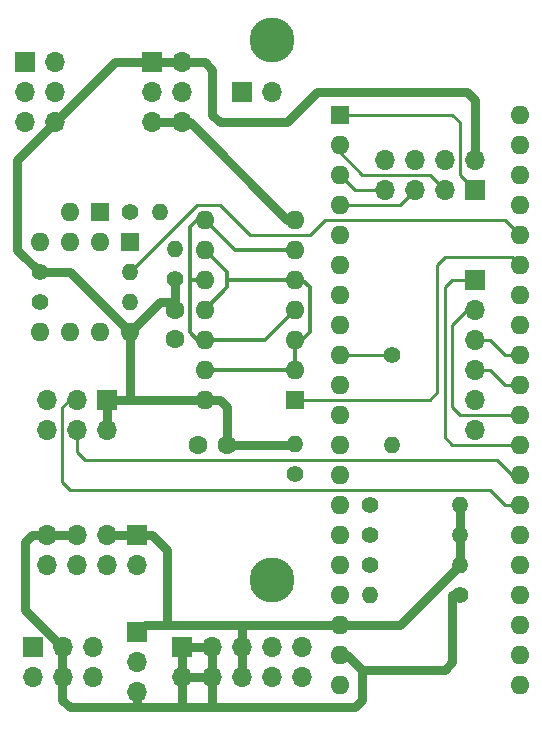
<source format=gtl>
G04 #@! TF.GenerationSoftware,KiCad,Pcbnew,6.0.4+dfsg-1+b1*
G04 #@! TF.CreationDate,2022-04-24T01:07:44+03:00*
G04 #@! TF.ProjectId,yatabaza-cpu,79617461-6261-47a6-912d-6370752e6b69,rev?*
G04 #@! TF.SameCoordinates,Original*
G04 #@! TF.FileFunction,Copper,L1,Top*
G04 #@! TF.FilePolarity,Positive*
%FSLAX46Y46*%
G04 Gerber Fmt 4.6, Leading zero omitted, Abs format (unit mm)*
G04 Created by KiCad (PCBNEW 6.0.4+dfsg-1+b1) date 2022-04-24 01:07:44*
%MOMM*%
%LPD*%
G01*
G04 APERTURE LIST*
G04 #@! TA.AperFunction,ComponentPad*
%ADD10C,1.600000*%
G04 #@! TD*
G04 #@! TA.AperFunction,ComponentPad*
%ADD11C,3.800000*%
G04 #@! TD*
G04 #@! TA.AperFunction,ComponentPad*
%ADD12R,1.700000X1.700000*%
G04 #@! TD*
G04 #@! TA.AperFunction,ComponentPad*
%ADD13O,1.700000X1.700000*%
G04 #@! TD*
G04 #@! TA.AperFunction,ComponentPad*
%ADD14C,1.400000*%
G04 #@! TD*
G04 #@! TA.AperFunction,ComponentPad*
%ADD15O,1.400000X1.400000*%
G04 #@! TD*
G04 #@! TA.AperFunction,ComponentPad*
%ADD16R,1.600000X1.600000*%
G04 #@! TD*
G04 #@! TA.AperFunction,ComponentPad*
%ADD17O,1.600000X1.600000*%
G04 #@! TD*
G04 #@! TA.AperFunction,Conductor*
%ADD18C,0.750000*%
G04 #@! TD*
G04 #@! TA.AperFunction,Conductor*
%ADD19C,0.250000*%
G04 #@! TD*
G04 #@! TA.AperFunction,Conductor*
%ADD20C,0.375000*%
G04 #@! TD*
G04 APERTURE END LIST*
D10*
X34925000Y-49530000D03*
X32425000Y-49530000D03*
X30480000Y-38120000D03*
X30480000Y-40620000D03*
D11*
X38735000Y-15240000D03*
X38735000Y-60960000D03*
D12*
X27305000Y-65405000D03*
D13*
X27305000Y-67945000D03*
X27305000Y-70485000D03*
D12*
X24765000Y-45720000D03*
D13*
X24765000Y-48260000D03*
X22225000Y-45720000D03*
X22225000Y-48260000D03*
X19685000Y-45720000D03*
X19685000Y-48260000D03*
D12*
X28575000Y-17145000D03*
D13*
X31115000Y-17145000D03*
X28575000Y-19685000D03*
X31115000Y-19685000D03*
X28575000Y-22225000D03*
X31115000Y-22225000D03*
D12*
X27305000Y-57150000D03*
D13*
X27305000Y-59690000D03*
X24765000Y-57150000D03*
X24765000Y-59690000D03*
X22225000Y-57150000D03*
X22225000Y-59690000D03*
X19685000Y-57150000D03*
X19685000Y-59690000D03*
D12*
X17780000Y-17145000D03*
D13*
X20320000Y-17145000D03*
X17780000Y-19685000D03*
X20320000Y-19685000D03*
X17780000Y-22225000D03*
X20320000Y-22225000D03*
D14*
X40640000Y-52020000D03*
D15*
X40640000Y-49480000D03*
D14*
X30480000Y-35510000D03*
D15*
X30480000Y-32970000D03*
D14*
X26720000Y-29845000D03*
D15*
X29260000Y-29845000D03*
D16*
X44450000Y-21590000D03*
D17*
X44450000Y-24130000D03*
X44450000Y-26670000D03*
X44450000Y-29210000D03*
X44450000Y-31750000D03*
X44450000Y-34290000D03*
X44450000Y-36830000D03*
X44450000Y-39370000D03*
X44450000Y-41910000D03*
X44450000Y-44450000D03*
X44450000Y-46990000D03*
X44450000Y-49530000D03*
X44450000Y-52070000D03*
X44450000Y-54610000D03*
X44450000Y-57150000D03*
X44450000Y-59690000D03*
X44450000Y-62230000D03*
X44450000Y-64770000D03*
X44450000Y-67310000D03*
X44450000Y-69850000D03*
X59690000Y-69850000D03*
X59690000Y-67310000D03*
X59690000Y-64770000D03*
X59690000Y-62230000D03*
X59690000Y-59690000D03*
X59690000Y-57150000D03*
X59690000Y-54610000D03*
X59690000Y-52070000D03*
X59690000Y-49530000D03*
X59690000Y-46990000D03*
X59690000Y-44450000D03*
X59690000Y-41910000D03*
X59690000Y-39370000D03*
X59690000Y-36830000D03*
X59690000Y-34290000D03*
X59690000Y-31750000D03*
X59690000Y-29210000D03*
X59690000Y-26670000D03*
X59690000Y-24130000D03*
X59690000Y-21590000D03*
D16*
X40640000Y-45720000D03*
D17*
X40640000Y-43180000D03*
X40640000Y-40640000D03*
X40640000Y-38100000D03*
X40640000Y-35560000D03*
X40640000Y-33020000D03*
X40640000Y-30480000D03*
X33020000Y-30480000D03*
X33020000Y-33020000D03*
X33020000Y-35560000D03*
X33020000Y-38100000D03*
X33020000Y-40640000D03*
X33020000Y-43180000D03*
X33020000Y-45720000D03*
D16*
X26670000Y-32385000D03*
D17*
X24130000Y-32385000D03*
X21590000Y-32385000D03*
X19050000Y-32385000D03*
X19050000Y-40005000D03*
X21590000Y-40005000D03*
X24130000Y-40005000D03*
X26670000Y-40005000D03*
D16*
X24130000Y-29845000D03*
D17*
X21590000Y-29845000D03*
D12*
X18430000Y-66670000D03*
D13*
X18430000Y-69210000D03*
X20970000Y-66670000D03*
X20970000Y-69210000D03*
X23510000Y-66670000D03*
X23510000Y-69210000D03*
D12*
X31115000Y-66675000D03*
D13*
X31115000Y-69215000D03*
X33655000Y-66675000D03*
X33655000Y-69215000D03*
X36195000Y-66675000D03*
X36195000Y-69215000D03*
X38735000Y-66675000D03*
X38735000Y-69215000D03*
X41275000Y-66675000D03*
X41275000Y-69215000D03*
D12*
X36195000Y-19685000D03*
D13*
X38735000Y-19685000D03*
D12*
X55880000Y-35560000D03*
D13*
X55880000Y-38100000D03*
X55880000Y-40640000D03*
X55880000Y-43180000D03*
X55880000Y-45720000D03*
X55880000Y-48260000D03*
D12*
X55880000Y-27940000D03*
D13*
X55880000Y-25400000D03*
X53340000Y-27940000D03*
X53340000Y-25400000D03*
X50800000Y-27940000D03*
X50800000Y-25400000D03*
X48260000Y-27940000D03*
X48260000Y-25400000D03*
D14*
X19050000Y-34925000D03*
D15*
X26670000Y-34925000D03*
D14*
X19050000Y-37465000D03*
D15*
X26670000Y-37465000D03*
D14*
X48895000Y-41910000D03*
D15*
X48895000Y-49530000D03*
D14*
X46990000Y-59690000D03*
D15*
X54610000Y-59690000D03*
D14*
X54610000Y-62230000D03*
D15*
X46990000Y-62230000D03*
D14*
X46990000Y-57150000D03*
D15*
X54610000Y-57150000D03*
D14*
X46990000Y-54610000D03*
D15*
X54610000Y-54610000D03*
D18*
X33655000Y-71755000D02*
X31115000Y-71755000D01*
X21590000Y-71755000D02*
X20955000Y-71120000D01*
X20955000Y-71120000D02*
X20955000Y-69215000D01*
X18415000Y-57150000D02*
X17780000Y-57785000D01*
X17780000Y-57785000D02*
X17780000Y-63500000D01*
X17780000Y-63500000D02*
X20955000Y-66675000D01*
X53340000Y-68580000D02*
X53975000Y-67945000D01*
X53975000Y-67945000D02*
X53975000Y-62230000D01*
X27305000Y-71755000D02*
X21590000Y-71755000D01*
X31750000Y-22225000D02*
X40005000Y-30480000D01*
X40005000Y-30480000D02*
X40640000Y-30480000D01*
X45720000Y-71755000D02*
X46355000Y-71120000D01*
X46355000Y-71120000D02*
X46355000Y-68580000D01*
X46355000Y-68580000D02*
X53340000Y-68580000D01*
X45085000Y-67310000D02*
X44450000Y-67310000D01*
X31115000Y-71755000D02*
X27305000Y-71755000D01*
X33655000Y-69215000D02*
X33655000Y-66675000D01*
X31115000Y-69215000D02*
X31115000Y-71755000D01*
X19685000Y-57150000D02*
X22225000Y-57150000D01*
X31115000Y-69215000D02*
X33655000Y-69215000D01*
X20955000Y-69215000D02*
X20955000Y-66675000D01*
X28575000Y-22225000D02*
X31115000Y-22225000D01*
X19685000Y-57150000D02*
X18415000Y-57150000D01*
X33655000Y-71755000D02*
X45720000Y-71755000D01*
X31115000Y-66675000D02*
X31115000Y-69215000D01*
X27305000Y-70485000D02*
X27305000Y-71755000D01*
X33655000Y-69215000D02*
X33655000Y-71755000D01*
X46355000Y-68580000D02*
X45085000Y-67310000D01*
X31115000Y-22225000D02*
X31750000Y-22225000D01*
X33655000Y-66675000D02*
X31115000Y-66675000D01*
X36195000Y-64770000D02*
X43815000Y-64770000D01*
X28575000Y-57150000D02*
X27305000Y-57150000D01*
X17145000Y-25400000D02*
X20320000Y-22225000D01*
X21590000Y-34925000D02*
X19050000Y-34925000D01*
X25400000Y-17145000D02*
X28575000Y-17145000D01*
X29210000Y-37465000D02*
X30480000Y-37465000D01*
X34290000Y-45720000D02*
X34925000Y-46355000D01*
X34925000Y-46355000D02*
X34925000Y-49530000D01*
X26670000Y-45720000D02*
X24765000Y-45720000D01*
X27305000Y-65405000D02*
X27940000Y-64770000D01*
X27940000Y-64770000D02*
X29845000Y-64770000D01*
X29845000Y-64770000D02*
X36195000Y-64770000D01*
X29845000Y-58420000D02*
X28575000Y-57150000D01*
X33020000Y-17145000D02*
X33655000Y-17780000D01*
X33655000Y-17780000D02*
X33655000Y-21590000D01*
X33655000Y-21590000D02*
X34290000Y-22225000D01*
X34290000Y-22225000D02*
X40005000Y-22225000D01*
X40005000Y-22225000D02*
X42545000Y-19685000D01*
X42545000Y-19685000D02*
X55245000Y-19685000D01*
X49530000Y-64770000D02*
X54610000Y-59690000D01*
X55880000Y-20320000D02*
X55245000Y-19685000D01*
X40640000Y-49530000D02*
X34925000Y-49530000D01*
X54610000Y-59690000D02*
X54610000Y-57150000D01*
X24765000Y-48260000D02*
X24765000Y-45720000D01*
X36195000Y-66675000D02*
X36195000Y-69215000D01*
X33020000Y-45720000D02*
X26670000Y-45720000D01*
X54610000Y-57150000D02*
X54610000Y-54610000D01*
X24765000Y-57150000D02*
X27305000Y-57150000D01*
X17145000Y-33020000D02*
X17145000Y-25400000D01*
X29845000Y-64770000D02*
X29845000Y-58420000D01*
X26670000Y-40005000D02*
X26670000Y-45720000D01*
X43815000Y-64770000D02*
X49530000Y-64770000D01*
X36195000Y-66675000D02*
X36195000Y-64770000D01*
X55880000Y-25400000D02*
X55880000Y-20320000D01*
X26670000Y-40005000D02*
X21590000Y-34925000D01*
X26670000Y-40005000D02*
X29210000Y-37465000D01*
X31115000Y-17145000D02*
X33020000Y-17145000D01*
X30480000Y-37465000D02*
X30480000Y-35560000D01*
X33020000Y-45720000D02*
X34290000Y-45720000D01*
X20320000Y-22225000D02*
X25400000Y-17145000D01*
X19050000Y-34925000D02*
X17145000Y-33020000D01*
X28575000Y-17145000D02*
X31115000Y-17145000D01*
D19*
X43815000Y-41910000D02*
X48895000Y-41910000D01*
X32385000Y-29210000D02*
X34290000Y-29210000D01*
X41910000Y-31750000D02*
X36830000Y-31750000D01*
X36830000Y-31750000D02*
X34290000Y-29210000D01*
X43180000Y-30480000D02*
X58420000Y-30480000D01*
X43180000Y-30480000D02*
X41910000Y-31750000D01*
X59690000Y-31750000D02*
X58420000Y-30480000D01*
X26670000Y-34925000D02*
X32385000Y-29210000D01*
X53340000Y-33655000D02*
X59055000Y-33655000D01*
X52705000Y-34290000D02*
X52705000Y-45085000D01*
X52705000Y-45085000D02*
X52070000Y-45720000D01*
X40640000Y-45720000D02*
X52070000Y-45720000D01*
X59690000Y-34290000D02*
X59055000Y-33655000D01*
X53340000Y-33655000D02*
X52705000Y-34290000D01*
X22860000Y-50800000D02*
X22225000Y-50165000D01*
X22225000Y-50165000D02*
X22225000Y-48260000D01*
X22860000Y-50800000D02*
X57785000Y-50800000D01*
X59055000Y-52070000D02*
X57785000Y-50800000D01*
X57150000Y-53340000D02*
X58420000Y-54610000D01*
X21590000Y-53340000D02*
X57150000Y-53340000D01*
X21590000Y-53340000D02*
X20955000Y-52705000D01*
X20955000Y-52705000D02*
X20955000Y-46355000D01*
X20955000Y-46355000D02*
X21590000Y-45720000D01*
X58420000Y-54610000D02*
X59690000Y-54610000D01*
X59055000Y-54610000D02*
X58420000Y-54610000D01*
X53340000Y-36195000D02*
X53340000Y-48895000D01*
X53340000Y-48895000D02*
X53975000Y-49530000D01*
X53975000Y-49530000D02*
X58420000Y-49530000D01*
X58420000Y-49530000D02*
X59055000Y-49530000D01*
X54610000Y-35560000D02*
X53975000Y-35560000D01*
X55880000Y-35560000D02*
X54610000Y-35560000D01*
X53975000Y-35560000D02*
X53340000Y-36195000D01*
X55245000Y-35560000D02*
X54610000Y-35560000D01*
X58420000Y-49530000D02*
X59690000Y-49530000D01*
X55245000Y-38100000D02*
X53975000Y-39370000D01*
X53975000Y-39370000D02*
X53975000Y-46355000D01*
X53975000Y-46355000D02*
X54610000Y-46990000D01*
X54610000Y-46990000D02*
X58420000Y-46990000D01*
X58420000Y-46990000D02*
X59055000Y-46990000D01*
X58420000Y-46990000D02*
X59690000Y-46990000D01*
X57150000Y-40640000D02*
X58420000Y-41910000D01*
X58420000Y-41910000D02*
X59690000Y-41910000D01*
X55880000Y-40640000D02*
X57150000Y-40640000D01*
X57150000Y-43180000D02*
X58420000Y-44450000D01*
X58420000Y-44450000D02*
X59690000Y-44450000D01*
X55880000Y-43180000D02*
X57150000Y-43180000D01*
X53975000Y-21590000D02*
X54610000Y-22225000D01*
X54610000Y-22225000D02*
X54610000Y-26670000D01*
X54610000Y-26670000D02*
X55880000Y-27940000D01*
X44450000Y-21590000D02*
X53975000Y-21590000D01*
X44450000Y-24765000D02*
X46355000Y-26670000D01*
X46355000Y-26670000D02*
X52070000Y-26670000D01*
X52070000Y-26670000D02*
X53340000Y-27940000D01*
X49530000Y-29210000D02*
X50800000Y-27940000D01*
X44450000Y-29210000D02*
X49530000Y-29210000D01*
X45720000Y-27940000D02*
X44450000Y-26670000D01*
X48260000Y-27940000D02*
X45720000Y-27940000D01*
D20*
X38100000Y-40640000D02*
X40640000Y-38100000D01*
X32385000Y-30480000D02*
X31750000Y-31115000D01*
X31750000Y-31115000D02*
X31750000Y-35560000D01*
X32385000Y-40640000D02*
X33020000Y-40640000D01*
X31750000Y-35560000D02*
X31750000Y-40005000D01*
X35560000Y-33020000D02*
X33020000Y-30480000D01*
X33020000Y-30480000D02*
X32385000Y-30480000D01*
X40640000Y-33020000D02*
X35560000Y-33020000D01*
X33020000Y-35560000D02*
X31750000Y-35560000D01*
X33020000Y-40640000D02*
X38100000Y-40640000D01*
X31750000Y-40005000D02*
X32385000Y-40640000D01*
X41275000Y-40640000D02*
X41910000Y-40005000D01*
X41910000Y-40005000D02*
X41910000Y-36195000D01*
X41910000Y-36195000D02*
X41275000Y-35560000D01*
X41275000Y-35560000D02*
X40640000Y-35560000D01*
X34925000Y-34925000D02*
X33020000Y-33020000D01*
X34925000Y-35560000D02*
X34925000Y-34925000D01*
X34925000Y-36195000D02*
X34925000Y-35560000D01*
X40640000Y-40640000D02*
X40640000Y-43180000D01*
X40640000Y-40640000D02*
X41275000Y-40640000D01*
X33020000Y-38100000D02*
X34925000Y-36195000D01*
X34925000Y-35560000D02*
X40640000Y-35560000D01*
X33020000Y-43180000D02*
X40640000Y-43180000D01*
M02*

</source>
